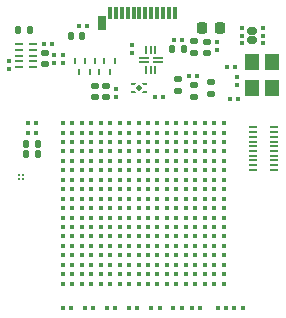
<source format=gtp>
%TF.GenerationSoftware,KiCad,Pcbnew,9.0.0*%
%TF.CreationDate,2025-04-07T10:45:10-04:00*%
%TF.ProjectId,Expansion_Card_Retrofit,45787061-6e73-4696-9f6e-5f436172645f,X1*%
%TF.SameCoordinates,Original*%
%TF.FileFunction,Paste,Top*%
%TF.FilePolarity,Positive*%
%FSLAX45Y45*%
G04 Gerber Fmt 4.5, Leading zero omitted, Abs format (unit mm)*
G04 Created by KiCad (PCBNEW 9.0.0) date 2025-04-07 10:45:10*
%MOMM*%
%LPD*%
G01*
G04 APERTURE LIST*
G04 Aperture macros list*
%AMRoundRect*
0 Rectangle with rounded corners*
0 $1 Rounding radius*
0 $2 $3 $4 $5 $6 $7 $8 $9 X,Y pos of 4 corners*
0 Add a 4 corners polygon primitive as box body*
4,1,4,$2,$3,$4,$5,$6,$7,$8,$9,$2,$3,0*
0 Add four circle primitives for the rounded corners*
1,1,$1+$1,$2,$3*
1,1,$1+$1,$4,$5*
1,1,$1+$1,$6,$7*
1,1,$1+$1,$8,$9*
0 Add four rect primitives between the rounded corners*
20,1,$1+$1,$2,$3,$4,$5,0*
20,1,$1+$1,$4,$5,$6,$7,0*
20,1,$1+$1,$6,$7,$8,$9,0*
20,1,$1+$1,$8,$9,$2,$3,0*%
%AMFreePoly0*
4,1,6,0.180000,0.075000,0.000000,-0.105000,-0.220000,-0.105000,-0.220000,0.105000,0.180000,0.105000,0.180000,0.075000,0.180000,0.075000,$1*%
%AMFreePoly1*
4,1,6,0.180000,-0.075000,0.180000,-0.105000,-0.220000,-0.105000,-0.220000,0.105000,0.000000,0.105000,0.180000,-0.075000,0.180000,-0.075000,$1*%
%AMFreePoly2*
4,1,6,0.220000,-0.105000,0.000000,-0.105000,-0.180000,0.075000,-0.180000,0.105000,0.220000,0.105000,0.220000,-0.105000,0.220000,-0.105000,$1*%
%AMFreePoly3*
4,1,6,0.220000,-0.105000,-0.180000,-0.105000,-0.180000,-0.075000,0.000000,0.105000,0.220000,0.105000,0.220000,-0.105000,0.220000,-0.105000,$1*%
G04 Aperture macros list end*
%ADD10R,0.380000X1.000000*%
%ADD11R,0.700000X1.150000*%
%ADD12RoundRect,0.079500X-0.079500X-0.100500X0.079500X-0.100500X0.079500X0.100500X-0.079500X0.100500X0*%
%ADD13RoundRect,0.079500X0.079500X0.100500X-0.079500X0.100500X-0.079500X-0.100500X0.079500X-0.100500X0*%
%ADD14RoundRect,0.079500X0.100500X-0.079500X0.100500X0.079500X-0.100500X0.079500X-0.100500X-0.079500X0*%
%ADD15RoundRect,0.140000X0.170000X-0.140000X0.170000X0.140000X-0.170000X0.140000X-0.170000X-0.140000X0*%
%ADD16RoundRect,0.140000X-0.170000X0.140000X-0.170000X-0.140000X0.170000X-0.140000X0.170000X0.140000X0*%
%ADD17RoundRect,0.079500X-0.100500X0.079500X-0.100500X-0.079500X0.100500X-0.079500X0.100500X0.079500X0*%
%ADD18R,0.660000X0.220000*%
%ADD19R,1.200000X1.400000*%
%ADD20RoundRect,0.140000X-0.140000X-0.170000X0.140000X-0.170000X0.140000X0.170000X-0.140000X0.170000X0*%
%ADD21RoundRect,0.160000X0.245000X0.160000X-0.245000X0.160000X-0.245000X-0.160000X0.245000X-0.160000X0*%
%ADD22RoundRect,0.093750X0.093750X0.106250X-0.093750X0.106250X-0.093750X-0.106250X0.093750X-0.106250X0*%
%ADD23C,0.400000*%
%ADD24R,0.650001X0.249999*%
%ADD25RoundRect,0.140000X0.140000X0.170000X-0.140000X0.170000X-0.140000X-0.170000X0.140000X-0.170000X0*%
%ADD26C,0.300000*%
%ADD27RoundRect,0.225000X0.225000X0.250000X-0.225000X0.250000X-0.225000X-0.250000X0.225000X-0.250000X0*%
%ADD28RoundRect,0.050000X-0.350000X-0.050000X0.350000X-0.050000X0.350000X0.050000X-0.350000X0.050000X0*%
%ADD29RoundRect,0.050000X-0.050000X-0.325000X0.050000X-0.325000X0.050000X0.325000X-0.050000X0.325000X0*%
%ADD30R,0.200000X0.600000*%
%ADD31FreePoly0,0.000000*%
%ADD32FreePoly1,0.000000*%
%ADD33FreePoly2,0.000000*%
%ADD34FreePoly3,0.000000*%
%ADD35RoundRect,0.112500X0.000000X-0.159099X0.159099X0.000000X0.000000X0.159099X-0.159099X0.000000X0*%
G04 APERTURE END LIST*
D10*
%TO.C,P1*%
X925000Y2551000D03*
X975000Y2551000D03*
X1025000Y2551000D03*
X1075000Y2551000D03*
X1125000Y2551000D03*
X1175000Y2551000D03*
X1225000Y2551000D03*
X1275000Y2551000D03*
X1325000Y2551000D03*
X1375000Y2551000D03*
X1425000Y2551000D03*
X1475000Y2551000D03*
D11*
X858000Y2467000D03*
%TD*%
D12*
%TO.C,R32*%
X229000Y1537500D03*
X298000Y1537500D03*
%TD*%
D13*
%TO.C,R13*%
X1686000Y50000D03*
X1617000Y50000D03*
%TD*%
D12*
%TO.C,C80*%
X1593000Y2017500D03*
X1662000Y2017500D03*
%TD*%
D14*
%TO.C,C56*%
X2000000Y1938500D03*
X2000000Y2007500D03*
%TD*%
%TO.C,C85*%
X455000Y2123000D03*
X455000Y2192000D03*
%TD*%
D15*
%TO.C,C78*%
X1780000Y1868000D03*
X1780000Y1964000D03*
%TD*%
D16*
%TO.C,C2*%
X892500Y1933500D03*
X892500Y1837500D03*
%TD*%
D17*
%TO.C,R1*%
X1110000Y2282500D03*
X1110000Y2213500D03*
%TD*%
D13*
%TO.C,C59*%
X2006500Y1824000D03*
X1937500Y1824000D03*
%TD*%
D12*
%TO.C,R23*%
X1978500Y51000D03*
X2047500Y51000D03*
%TD*%
D18*
%TO.C,J3*%
X2140000Y1222000D03*
X2311000Y1222000D03*
X2140000Y1262000D03*
X2311000Y1262000D03*
X2140000Y1302000D03*
X2311000Y1302000D03*
X2140000Y1342000D03*
X2311000Y1342000D03*
X2140000Y1382000D03*
X2311000Y1382000D03*
X2140000Y1422000D03*
X2311000Y1422000D03*
X2140000Y1462000D03*
X2311000Y1462000D03*
X2140000Y1502000D03*
X2311000Y1502000D03*
X2140000Y1542000D03*
X2311000Y1542000D03*
X2140000Y1582000D03*
X2311000Y1582000D03*
%TD*%
D12*
%TO.C,R8*%
X901000Y50000D03*
X970000Y50000D03*
%TD*%
D19*
%TO.C,Y2*%
X2131000Y2133000D03*
X2131000Y1913000D03*
X2301000Y1913000D03*
X2301000Y2133000D03*
%TD*%
D12*
%TO.C,R33*%
X229000Y1615000D03*
X298000Y1615000D03*
%TD*%
D20*
%TO.C,C10*%
X217000Y1352500D03*
X313000Y1352500D03*
%TD*%
D21*
%TO.C,U3*%
X2128750Y2319000D03*
X2128750Y2399000D03*
D22*
X2217500Y2294000D03*
X2217500Y2359000D03*
X2217500Y2424000D03*
X2040000Y2424000D03*
X2040000Y2359000D03*
X2040000Y2294000D03*
%TD*%
D12*
%TO.C,R18*%
X1305500Y1835000D03*
X1374500Y1835000D03*
%TD*%
D16*
%TO.C,C81*%
X1505000Y1988000D03*
X1505000Y1892000D03*
%TD*%
D23*
%TO.C,U2*%
X1887000Y258000D03*
X1807000Y258000D03*
X1727000Y258000D03*
X1647000Y258000D03*
X1567000Y258000D03*
X1487000Y258000D03*
X1407000Y258000D03*
X1327000Y258000D03*
X1247000Y258000D03*
X1167000Y258000D03*
X1087000Y258000D03*
X1007000Y258000D03*
X927000Y258000D03*
X847000Y258000D03*
X767000Y258000D03*
X687000Y258000D03*
X607000Y258000D03*
X527000Y258000D03*
X1887000Y338000D03*
X1807000Y338000D03*
X1727000Y338000D03*
X1647000Y338000D03*
X1567000Y338000D03*
X1487000Y338000D03*
X1407000Y338000D03*
X1327000Y338000D03*
X1247000Y338000D03*
X1167000Y338000D03*
X1087000Y338000D03*
X1007000Y338000D03*
X927000Y338000D03*
X847000Y338000D03*
X767000Y338000D03*
X687000Y338000D03*
X607000Y338000D03*
X527000Y338000D03*
X1887000Y418000D03*
X1807000Y418000D03*
X1727000Y418000D03*
X1647000Y418000D03*
X1567000Y418000D03*
X1487000Y418000D03*
X1407000Y418000D03*
X1327000Y418000D03*
X1247000Y418000D03*
X1167000Y418000D03*
X1087000Y418000D03*
X1007000Y418000D03*
X927000Y418000D03*
X847000Y418000D03*
X767000Y418000D03*
X687000Y418000D03*
X607000Y418000D03*
X527000Y418000D03*
X1887000Y498000D03*
X1807000Y498000D03*
X1727000Y498000D03*
X1647000Y498000D03*
X1567000Y498000D03*
X1487000Y498000D03*
X1407000Y498000D03*
X1327000Y498000D03*
X1247000Y498000D03*
X1167000Y498000D03*
X1087000Y498000D03*
X1007000Y498000D03*
X927000Y498000D03*
X847000Y498000D03*
X767000Y498000D03*
X687000Y498000D03*
X607000Y498000D03*
X527000Y498000D03*
X1887000Y578000D03*
X1807000Y578000D03*
X1727000Y578000D03*
X1647000Y578000D03*
X1567000Y578000D03*
X1487000Y578000D03*
X1407000Y578000D03*
X1327000Y578000D03*
X1247000Y578000D03*
X1167000Y578000D03*
X1087000Y578000D03*
X1007000Y578000D03*
X927000Y578000D03*
X847000Y578000D03*
X767000Y578000D03*
X687000Y578000D03*
X607000Y578000D03*
X527000Y578000D03*
X1887000Y658000D03*
X1807000Y658000D03*
X1727000Y658000D03*
X1647000Y658000D03*
X1567000Y658000D03*
X1487000Y658000D03*
X1407000Y658000D03*
X1327000Y658000D03*
X1247000Y658000D03*
X1167000Y658000D03*
X1087000Y658000D03*
X1007000Y658000D03*
X927000Y658000D03*
X847000Y658000D03*
X767000Y658000D03*
X687000Y658000D03*
X607000Y658000D03*
X527000Y658000D03*
X1887000Y738000D03*
X1807000Y738000D03*
X1727000Y738000D03*
X1647000Y738000D03*
X1567000Y738000D03*
X1487000Y738000D03*
X1407000Y738000D03*
X1327000Y738000D03*
X1247000Y738000D03*
X1167000Y738000D03*
X1087000Y738000D03*
X1007000Y738000D03*
X927000Y738000D03*
X847000Y738000D03*
X767000Y738000D03*
X687000Y738000D03*
X607000Y738000D03*
X527000Y738000D03*
X1887000Y818000D03*
X1807000Y818000D03*
X1727000Y818000D03*
X1647000Y818000D03*
X1567000Y818000D03*
X1487000Y818000D03*
X1407000Y818000D03*
X1327000Y818000D03*
X1247000Y818000D03*
X1167000Y818000D03*
X1087000Y818000D03*
X1007000Y818000D03*
X927000Y818000D03*
X847000Y818000D03*
X767000Y818000D03*
X687000Y818000D03*
X607000Y818000D03*
X527000Y818000D03*
X1887000Y898000D03*
X1807000Y898000D03*
X1727000Y898000D03*
X1647000Y898000D03*
X1567000Y898000D03*
X1487000Y898000D03*
X1407000Y898000D03*
X1327000Y898000D03*
X1247000Y898000D03*
X1167000Y898000D03*
X1087000Y898000D03*
X1007000Y898000D03*
X927000Y898000D03*
X847000Y898000D03*
X767000Y898000D03*
X687000Y898000D03*
X607000Y898000D03*
X527000Y898000D03*
X1887000Y978000D03*
X1807000Y978000D03*
X1727000Y978000D03*
X1647000Y978000D03*
X1567000Y978000D03*
X1487000Y978000D03*
X1407000Y978000D03*
X1327000Y978000D03*
X1247000Y978000D03*
X1167000Y978000D03*
X1087000Y978000D03*
X1007000Y978000D03*
X927000Y978000D03*
X847000Y978000D03*
X767000Y978000D03*
X687000Y978000D03*
X607000Y978000D03*
X527000Y978000D03*
X1887000Y1058000D03*
X1807000Y1058000D03*
X1727000Y1058000D03*
X1647000Y1058000D03*
X1567000Y1058000D03*
X1487000Y1058000D03*
X1407000Y1058000D03*
X1327000Y1058000D03*
X1247000Y1058000D03*
X1167000Y1058000D03*
X1087000Y1058000D03*
X1007000Y1058000D03*
X927000Y1058000D03*
X847000Y1058000D03*
X767000Y1058000D03*
X687000Y1058000D03*
X607000Y1058000D03*
X527000Y1058000D03*
X1887000Y1138000D03*
X1807000Y1138000D03*
X1727000Y1138000D03*
X1647000Y1138000D03*
X1567000Y1138000D03*
X1487000Y1138000D03*
X1407000Y1138000D03*
X1327000Y1138000D03*
X1247000Y1138000D03*
X1167000Y1138000D03*
X1087000Y1138000D03*
X1007000Y1138000D03*
X927000Y1138000D03*
X847000Y1138000D03*
X767000Y1138000D03*
X687000Y1138000D03*
X607000Y1138000D03*
X527000Y1138000D03*
X1887000Y1218000D03*
X1807000Y1218000D03*
X1727000Y1218000D03*
X1647000Y1218000D03*
X1567000Y1218000D03*
X1487000Y1218000D03*
X1407000Y1218000D03*
X1327000Y1218000D03*
X1247000Y1218000D03*
X1167000Y1218000D03*
X1087000Y1218000D03*
X1007000Y1218000D03*
X927000Y1218000D03*
X847000Y1218000D03*
X767000Y1218000D03*
X687000Y1218000D03*
X607000Y1218000D03*
X527000Y1218000D03*
X1887000Y1298000D03*
X1807000Y1298000D03*
X1727000Y1298000D03*
X1647000Y1298000D03*
X1567000Y1298000D03*
X1487000Y1298000D03*
X1407000Y1298000D03*
X1327000Y1298000D03*
X1247000Y1298000D03*
X1167000Y1298000D03*
X1087000Y1298000D03*
X1007000Y1298000D03*
X927000Y1298000D03*
X847000Y1298000D03*
X767000Y1298000D03*
X687000Y1298000D03*
X607000Y1298000D03*
X527000Y1298000D03*
X1887000Y1378000D03*
X1807000Y1378000D03*
X1727000Y1378000D03*
X1647000Y1378000D03*
X1567000Y1378000D03*
X1487000Y1378000D03*
X1407000Y1378000D03*
X1327000Y1378000D03*
X1247000Y1378000D03*
X1167000Y1378000D03*
X1087000Y1378000D03*
X1007000Y1378000D03*
X927000Y1378000D03*
X847000Y1378000D03*
X767000Y1378000D03*
X687000Y1378000D03*
X607000Y1378000D03*
X527000Y1378000D03*
X1887000Y1458000D03*
X1807000Y1458000D03*
X1727000Y1458000D03*
X1647000Y1458000D03*
X1567000Y1458000D03*
X1487000Y1458000D03*
X1407000Y1458000D03*
X1327000Y1458000D03*
X1247000Y1458000D03*
X1167000Y1458000D03*
X1087000Y1458000D03*
X1007000Y1458000D03*
X927000Y1458000D03*
X847000Y1458000D03*
X767000Y1458000D03*
X687000Y1458000D03*
X607000Y1458000D03*
X527000Y1458000D03*
X1887000Y1538000D03*
X1807000Y1538000D03*
X1727000Y1538000D03*
X1647000Y1538000D03*
X1567000Y1538000D03*
X1487000Y1538000D03*
X1407000Y1538000D03*
X1327000Y1538000D03*
X1247000Y1538000D03*
X1167000Y1538000D03*
X1087000Y1538000D03*
X1007000Y1538000D03*
X927000Y1538000D03*
X847000Y1538000D03*
X767000Y1538000D03*
X687000Y1538000D03*
X607000Y1538000D03*
X527000Y1538000D03*
X1887000Y1618000D03*
X1807000Y1618000D03*
X1727000Y1618000D03*
X1647000Y1618000D03*
X1567000Y1618000D03*
X1487000Y1618000D03*
X1407000Y1618000D03*
X1327000Y1618000D03*
X1247000Y1618000D03*
X1167000Y1618000D03*
X1087000Y1618000D03*
X1007000Y1618000D03*
X927000Y1618000D03*
X847000Y1618000D03*
X767000Y1618000D03*
X687000Y1618000D03*
X607000Y1618000D03*
X527000Y1618000D03*
%TD*%
D16*
%TO.C,C54*%
X1637000Y2309000D03*
X1637000Y2213000D03*
%TD*%
D24*
%TO.C,U7*%
X152500Y2290000D03*
X152500Y2240000D03*
X152500Y2190000D03*
X152500Y2140000D03*
X152500Y2090000D03*
X277500Y2090000D03*
X277500Y2140000D03*
X277500Y2190000D03*
X277500Y2240000D03*
X277500Y2290000D03*
%TD*%
D12*
%TO.C,C62*%
X1463500Y2324000D03*
X1532500Y2324000D03*
%TD*%
D25*
%TO.C,C1*%
X692000Y2356000D03*
X596000Y2356000D03*
%TD*%
D16*
%TO.C,C58*%
X1746000Y2305000D03*
X1746000Y2209000D03*
%TD*%
D15*
%TO.C,C55*%
X1640000Y1842000D03*
X1640000Y1938000D03*
%TD*%
D17*
%TO.C,C61*%
X1829000Y2306500D03*
X1829000Y2237500D03*
%TD*%
D12*
%TO.C,R5*%
X1463000Y50000D03*
X1532000Y50000D03*
%TD*%
D26*
%TO.C,U11*%
X152500Y1182500D03*
X192500Y1182500D03*
X152500Y1142500D03*
X192500Y1142500D03*
%TD*%
D27*
%TO.C,TH1*%
X1857500Y2425000D03*
X1702500Y2425000D03*
%TD*%
D12*
%TO.C,R37*%
X525500Y50000D03*
X594500Y50000D03*
%TD*%
%TO.C,R36*%
X713000Y50000D03*
X782000Y50000D03*
%TD*%
D28*
%TO.C,U5*%
X1210000Y2172000D03*
X1210000Y2132000D03*
D29*
X1230000Y2064500D03*
X1270000Y2064500D03*
X1310000Y2064500D03*
D28*
X1330000Y2132000D03*
X1330000Y2172000D03*
D29*
X1310000Y2239500D03*
X1270000Y2239500D03*
X1230000Y2239500D03*
%TD*%
D12*
%TO.C,R14*%
X1837500Y50000D03*
X1906500Y50000D03*
%TD*%
%TO.C,R6*%
X1276000Y50000D03*
X1345000Y50000D03*
%TD*%
D13*
%TO.C,R10*%
X434500Y2290000D03*
X365500Y2290000D03*
%TD*%
%TO.C,R2*%
X733500Y2437000D03*
X664500Y2437000D03*
%TD*%
%TO.C,C60*%
X1987500Y2091000D03*
X1918500Y2091000D03*
%TD*%
D12*
%TO.C,R7*%
X1088500Y50000D03*
X1157500Y50000D03*
%TD*%
D15*
%TO.C,C84*%
X372500Y2117000D03*
X372500Y2213000D03*
%TD*%
D20*
%TO.C,C83*%
X150000Y2405000D03*
X246000Y2405000D03*
%TD*%
D30*
%TO.C,D9*%
X965000Y2145000D03*
X875000Y2145000D03*
X795000Y2145000D03*
X715000Y2145000D03*
X625000Y2145000D03*
X665000Y2050000D03*
X755000Y2050000D03*
X835000Y2050000D03*
X925000Y2050000D03*
%TD*%
D31*
%TO.C,U6*%
X1127000Y1947500D03*
D32*
X1127000Y1882500D03*
D33*
X1213000Y1947500D03*
D34*
X1213000Y1882500D03*
D35*
X1170000Y1915000D03*
%TD*%
D16*
%TO.C,C3*%
X797500Y1933500D03*
X797500Y1837500D03*
%TD*%
D20*
%TO.C,C9*%
X216500Y1445000D03*
X312500Y1445000D03*
%TD*%
D14*
%TO.C,R9*%
X527500Y2122500D03*
X527500Y2191500D03*
%TD*%
%TO.C,R11*%
X70000Y2075500D03*
X70000Y2144500D03*
%TD*%
D20*
%TO.C,C79*%
X1452000Y2243000D03*
X1548000Y2243000D03*
%TD*%
D14*
%TO.C,R21*%
X975000Y1838000D03*
X975000Y1907000D03*
%TD*%
M02*

</source>
